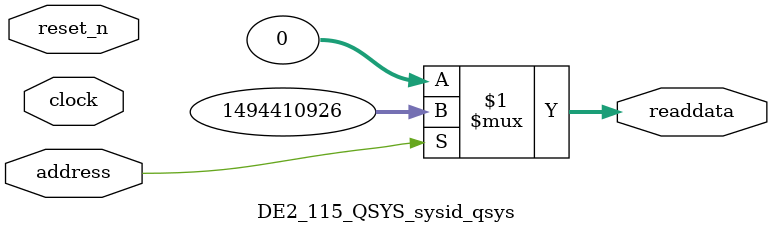
<source format=v>



// synthesis translate_off
`timescale 1ns / 1ps
// synthesis translate_on

// turn off superfluous verilog processor warnings 
// altera message_level Level1 
// altera message_off 10034 10035 10036 10037 10230 10240 10030 

module DE2_115_QSYS_sysid_qsys (
               // inputs:
                address,
                clock,
                reset_n,

               // outputs:
                readdata
             )
;

  output  [ 31: 0] readdata;
  input            address;
  input            clock;
  input            reset_n;

  wire    [ 31: 0] readdata;
  //control_slave, which is an e_avalon_slave
  assign readdata = address ? 1494410926 : 0;

endmodule



</source>
